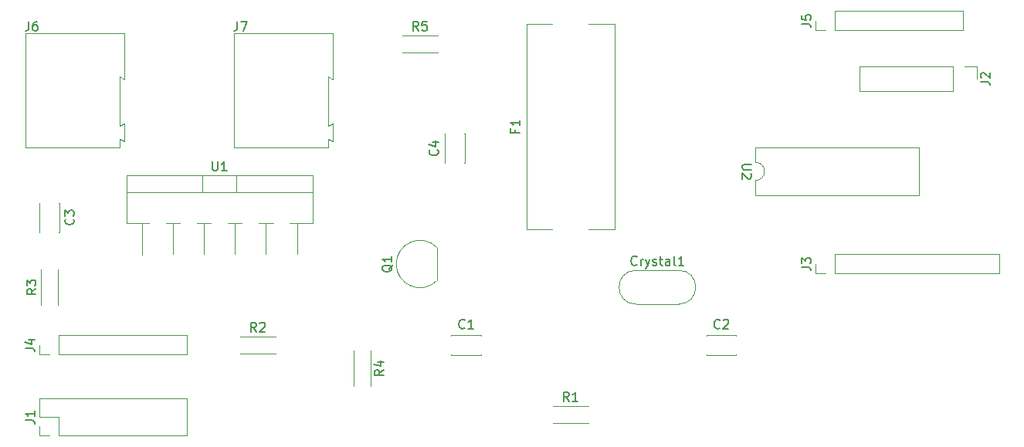
<source format=gbr>
G04 #@! TF.GenerationSoftware,KiCad,Pcbnew,5.0.2+dfsg1-1*
G04 #@! TF.CreationDate,2020-09-02T15:30:14-03:00*
G04 #@! TF.ProjectId,Quanser_Controller,5175616e-7365-4725-9f43-6f6e74726f6c,rev?*
G04 #@! TF.SameCoordinates,Original*
G04 #@! TF.FileFunction,Legend,Top*
G04 #@! TF.FilePolarity,Positive*
%FSLAX46Y46*%
G04 Gerber Fmt 4.6, Leading zero omitted, Abs format (unit mm)*
G04 Created by KiCad (PCBNEW 5.0.2+dfsg1-1) date qua 02 set 2020 15:30:14 -03*
%MOMM*%
%LPD*%
G01*
G04 APERTURE LIST*
%ADD10C,0.120000*%
%ADD11C,0.150000*%
G04 APERTURE END LIST*
D10*
G04 #@! TO.C,U1*
X106230000Y-70310000D02*
X126670000Y-70310000D01*
X106230000Y-75551000D02*
X108726000Y-75551000D01*
X110575000Y-75551000D02*
X112126000Y-75551000D01*
X113975000Y-75551000D02*
X115526000Y-75551000D01*
X117375000Y-75551000D02*
X118926000Y-75551000D01*
X120775000Y-75551000D02*
X122326000Y-75551000D01*
X124175000Y-75551000D02*
X126670000Y-75551000D01*
X106230000Y-70310000D02*
X106230000Y-75551000D01*
X126670000Y-70310000D02*
X126670000Y-75551000D01*
X106230000Y-72150000D02*
X126670000Y-72150000D01*
X114600000Y-70310000D02*
X114600000Y-72150000D01*
X118300000Y-70310000D02*
X118300000Y-72150000D01*
X107950000Y-75551000D02*
X107950000Y-78960000D01*
X111350000Y-75551000D02*
X111350000Y-78945000D01*
X114750000Y-75551000D02*
X114750000Y-78945000D01*
X118150000Y-75551000D02*
X118150000Y-78945000D01*
X121550000Y-75551000D02*
X121550000Y-78945000D01*
X124950000Y-75551000D02*
X124950000Y-78945000D01*
G04 #@! TO.C,J2*
X186630000Y-58360000D02*
X186630000Y-61020000D01*
X196850000Y-58360000D02*
X186630000Y-58360000D01*
X196850000Y-61020000D02*
X186630000Y-61020000D01*
X196850000Y-58360000D02*
X196850000Y-61020000D01*
X198120000Y-58360000D02*
X199450000Y-58360000D01*
X199450000Y-58360000D02*
X199450000Y-59690000D01*
G04 #@! TO.C,Crystal1*
X162110000Y-80700000D02*
X166810000Y-80700000D01*
X162110000Y-84400000D02*
X166810000Y-84400000D01*
X162110000Y-84400000D02*
G75*
G02X162110000Y-80700000I0J1850000D01*
G01*
X166810000Y-84400000D02*
G75*
G03X166810000Y-80700000I0J1850000D01*
G01*
G04 #@! TO.C,C1*
X141870000Y-87780000D02*
X145110000Y-87780000D01*
X141870000Y-90020000D02*
X145110000Y-90020000D01*
X141870000Y-87780000D02*
X141870000Y-87845000D01*
X141870000Y-89955000D02*
X141870000Y-90020000D01*
X145110000Y-87780000D02*
X145110000Y-87845000D01*
X145110000Y-89955000D02*
X145110000Y-90020000D01*
G04 #@! TO.C,C2*
X173090000Y-89955000D02*
X173090000Y-90020000D01*
X173090000Y-87780000D02*
X173090000Y-87845000D01*
X169850000Y-89955000D02*
X169850000Y-90020000D01*
X169850000Y-87780000D02*
X169850000Y-87845000D01*
X169850000Y-90020000D02*
X173090000Y-90020000D01*
X169850000Y-87780000D02*
X173090000Y-87780000D01*
G04 #@! TO.C,C3*
X98910000Y-73290000D02*
X98910000Y-76530000D01*
X96670000Y-73290000D02*
X96670000Y-76530000D01*
X98910000Y-73290000D02*
X98845000Y-73290000D01*
X96735000Y-73290000D02*
X96670000Y-73290000D01*
X98910000Y-76530000D02*
X98845000Y-76530000D01*
X96735000Y-76530000D02*
X96670000Y-76530000D01*
G04 #@! TO.C,C4*
X143295000Y-65710000D02*
X143360000Y-65710000D01*
X141120000Y-65710000D02*
X141185000Y-65710000D01*
X143295000Y-68950000D02*
X143360000Y-68950000D01*
X141120000Y-68950000D02*
X141185000Y-68950000D01*
X143360000Y-68950000D02*
X143360000Y-65710000D01*
X141120000Y-68950000D02*
X141120000Y-65710000D01*
G04 #@! TO.C,F1*
X159740000Y-53700000D02*
X156940000Y-53700000D01*
X152940000Y-53700000D02*
X150140000Y-53700000D01*
X152940000Y-76200000D02*
X150140000Y-76200000D01*
X150140000Y-76200000D02*
X150140000Y-53700000D01*
X159740000Y-76200000D02*
X159740000Y-53700000D01*
X159740000Y-76200000D02*
X156940000Y-76200000D01*
G04 #@! TO.C,J1*
X112850000Y-98850000D02*
X112850000Y-94730000D01*
X98790000Y-98850000D02*
X112850000Y-98850000D01*
X96730000Y-94730000D02*
X112850000Y-94730000D01*
X98790000Y-98850000D02*
X98790000Y-96790000D01*
X98790000Y-96790000D02*
X96730000Y-96790000D01*
X96730000Y-96790000D02*
X96730000Y-94730000D01*
X97790000Y-98850000D02*
X96730000Y-98850000D01*
X96730000Y-98850000D02*
X96730000Y-97790000D01*
G04 #@! TO.C,J3*
X201940000Y-81070000D02*
X201940000Y-78950000D01*
X183880000Y-81070000D02*
X201940000Y-81070000D01*
X183880000Y-78950000D02*
X201940000Y-78950000D01*
X183880000Y-81070000D02*
X183880000Y-78950000D01*
X182880000Y-81070000D02*
X181820000Y-81070000D01*
X181820000Y-81070000D02*
X181820000Y-80010000D01*
G04 #@! TO.C,J4*
X112850000Y-89960000D02*
X112850000Y-87840000D01*
X98790000Y-89960000D02*
X112850000Y-89960000D01*
X98790000Y-87840000D02*
X112850000Y-87840000D01*
X98790000Y-89960000D02*
X98790000Y-87840000D01*
X97790000Y-89960000D02*
X96730000Y-89960000D01*
X96730000Y-89960000D02*
X96730000Y-88900000D01*
G04 #@! TO.C,J5*
X181820000Y-54400000D02*
X181820000Y-53340000D01*
X182880000Y-54400000D02*
X181820000Y-54400000D01*
X183880000Y-54400000D02*
X183880000Y-52280000D01*
X183880000Y-52280000D02*
X197940000Y-52280000D01*
X183880000Y-54400000D02*
X197940000Y-54400000D01*
X197940000Y-54400000D02*
X197940000Y-52280000D01*
G04 #@! TO.C,J6*
X95140000Y-54660000D02*
X95140000Y-67260000D01*
X95140000Y-67260000D02*
X105490000Y-67260000D01*
X105490000Y-67260000D02*
X105490000Y-66310000D01*
X105490000Y-66310000D02*
X105990000Y-66560000D01*
X105990000Y-66560000D02*
X105990000Y-64660000D01*
X105990000Y-64660000D02*
X105990000Y-64610000D01*
X105990000Y-64610000D02*
X105490000Y-64860000D01*
X105490000Y-64860000D02*
X105490000Y-59460000D01*
X105490000Y-59460000D02*
X105990000Y-59760000D01*
X105990000Y-59760000D02*
X105990000Y-54660000D01*
X105990000Y-54660000D02*
X95140000Y-54660000D01*
G04 #@! TO.C,J7*
X128850000Y-54660000D02*
X118000000Y-54660000D01*
X128850000Y-59760000D02*
X128850000Y-54660000D01*
X128350000Y-59460000D02*
X128850000Y-59760000D01*
X128350000Y-64860000D02*
X128350000Y-59460000D01*
X128850000Y-64610000D02*
X128350000Y-64860000D01*
X128850000Y-64660000D02*
X128850000Y-64610000D01*
X128850000Y-66560000D02*
X128850000Y-64660000D01*
X128350000Y-66310000D02*
X128850000Y-66560000D01*
X128350000Y-67260000D02*
X128350000Y-66310000D01*
X118000000Y-67260000D02*
X128350000Y-67260000D01*
X118000000Y-54660000D02*
X118000000Y-67260000D01*
G04 #@! TO.C,Q1*
X140280000Y-81810000D02*
X140280000Y-78210000D01*
X140268478Y-81848478D02*
G75*
G02X135830000Y-80010000I-1838478J1838478D01*
G01*
X140268478Y-78171522D02*
G75*
G03X135830000Y-80010000I-1838478J-1838478D01*
G01*
G04 #@! TO.C,R1*
X153020000Y-95600000D02*
X156860000Y-95600000D01*
X153020000Y-97440000D02*
X156860000Y-97440000D01*
G04 #@! TO.C,R2*
X118730000Y-89820000D02*
X122570000Y-89820000D01*
X118730000Y-87980000D02*
X122570000Y-87980000D01*
G04 #@! TO.C,R3*
X96870000Y-84470000D02*
X96870000Y-80630000D01*
X98710000Y-84470000D02*
X98710000Y-80630000D01*
G04 #@! TO.C,R4*
X133000000Y-89520000D02*
X133000000Y-93360000D01*
X131160000Y-89520000D02*
X131160000Y-93360000D01*
G04 #@! TO.C,R5*
X136510000Y-56800000D02*
X140350000Y-56800000D01*
X136510000Y-54960000D02*
X140350000Y-54960000D01*
G04 #@! TO.C,U2*
X175200000Y-67200000D02*
X175200000Y-68850000D01*
X193100000Y-67200000D02*
X175200000Y-67200000D01*
X193100000Y-72500000D02*
X193100000Y-67200000D01*
X175200000Y-72500000D02*
X193100000Y-72500000D01*
X175200000Y-70850000D02*
X175200000Y-72500000D01*
X175200000Y-68850000D02*
G75*
G02X175200000Y-70850000I0J-1000000D01*
G01*
G04 #@! TO.C,U1*
D11*
X115688095Y-68762380D02*
X115688095Y-69571904D01*
X115735714Y-69667142D01*
X115783333Y-69714761D01*
X115878571Y-69762380D01*
X116069047Y-69762380D01*
X116164285Y-69714761D01*
X116211904Y-69667142D01*
X116259523Y-69571904D01*
X116259523Y-68762380D01*
X117259523Y-69762380D02*
X116688095Y-69762380D01*
X116973809Y-69762380D02*
X116973809Y-68762380D01*
X116878571Y-68905238D01*
X116783333Y-69000476D01*
X116688095Y-69048095D01*
G04 #@! TO.C,J2*
X199902380Y-60023333D02*
X200616666Y-60023333D01*
X200759523Y-60070952D01*
X200854761Y-60166190D01*
X200902380Y-60309047D01*
X200902380Y-60404285D01*
X199997619Y-59594761D02*
X199950000Y-59547142D01*
X199902380Y-59451904D01*
X199902380Y-59213809D01*
X199950000Y-59118571D01*
X199997619Y-59070952D01*
X200092857Y-59023333D01*
X200188095Y-59023333D01*
X200330952Y-59070952D01*
X200902380Y-59642380D01*
X200902380Y-59023333D01*
G04 #@! TO.C,Crystal1*
X162198095Y-80057142D02*
X162150476Y-80104761D01*
X162007619Y-80152380D01*
X161912380Y-80152380D01*
X161769523Y-80104761D01*
X161674285Y-80009523D01*
X161626666Y-79914285D01*
X161579047Y-79723809D01*
X161579047Y-79580952D01*
X161626666Y-79390476D01*
X161674285Y-79295238D01*
X161769523Y-79200000D01*
X161912380Y-79152380D01*
X162007619Y-79152380D01*
X162150476Y-79200000D01*
X162198095Y-79247619D01*
X162626666Y-80152380D02*
X162626666Y-79485714D01*
X162626666Y-79676190D02*
X162674285Y-79580952D01*
X162721904Y-79533333D01*
X162817142Y-79485714D01*
X162912380Y-79485714D01*
X163150476Y-79485714D02*
X163388571Y-80152380D01*
X163626666Y-79485714D02*
X163388571Y-80152380D01*
X163293333Y-80390476D01*
X163245714Y-80438095D01*
X163150476Y-80485714D01*
X163960000Y-80104761D02*
X164055238Y-80152380D01*
X164245714Y-80152380D01*
X164340952Y-80104761D01*
X164388571Y-80009523D01*
X164388571Y-79961904D01*
X164340952Y-79866666D01*
X164245714Y-79819047D01*
X164102857Y-79819047D01*
X164007619Y-79771428D01*
X163960000Y-79676190D01*
X163960000Y-79628571D01*
X164007619Y-79533333D01*
X164102857Y-79485714D01*
X164245714Y-79485714D01*
X164340952Y-79533333D01*
X164674285Y-79485714D02*
X165055238Y-79485714D01*
X164817142Y-79152380D02*
X164817142Y-80009523D01*
X164864761Y-80104761D01*
X164960000Y-80152380D01*
X165055238Y-80152380D01*
X165817142Y-80152380D02*
X165817142Y-79628571D01*
X165769523Y-79533333D01*
X165674285Y-79485714D01*
X165483809Y-79485714D01*
X165388571Y-79533333D01*
X165817142Y-80104761D02*
X165721904Y-80152380D01*
X165483809Y-80152380D01*
X165388571Y-80104761D01*
X165340952Y-80009523D01*
X165340952Y-79914285D01*
X165388571Y-79819047D01*
X165483809Y-79771428D01*
X165721904Y-79771428D01*
X165817142Y-79723809D01*
X166436190Y-80152380D02*
X166340952Y-80104761D01*
X166293333Y-80009523D01*
X166293333Y-79152380D01*
X167340952Y-80152380D02*
X166769523Y-80152380D01*
X167055238Y-80152380D02*
X167055238Y-79152380D01*
X166960000Y-79295238D01*
X166864761Y-79390476D01*
X166769523Y-79438095D01*
G04 #@! TO.C,C1*
X143323333Y-87007142D02*
X143275714Y-87054761D01*
X143132857Y-87102380D01*
X143037619Y-87102380D01*
X142894761Y-87054761D01*
X142799523Y-86959523D01*
X142751904Y-86864285D01*
X142704285Y-86673809D01*
X142704285Y-86530952D01*
X142751904Y-86340476D01*
X142799523Y-86245238D01*
X142894761Y-86150000D01*
X143037619Y-86102380D01*
X143132857Y-86102380D01*
X143275714Y-86150000D01*
X143323333Y-86197619D01*
X144275714Y-87102380D02*
X143704285Y-87102380D01*
X143990000Y-87102380D02*
X143990000Y-86102380D01*
X143894761Y-86245238D01*
X143799523Y-86340476D01*
X143704285Y-86388095D01*
G04 #@! TO.C,C2*
X171303333Y-87007142D02*
X171255714Y-87054761D01*
X171112857Y-87102380D01*
X171017619Y-87102380D01*
X170874761Y-87054761D01*
X170779523Y-86959523D01*
X170731904Y-86864285D01*
X170684285Y-86673809D01*
X170684285Y-86530952D01*
X170731904Y-86340476D01*
X170779523Y-86245238D01*
X170874761Y-86150000D01*
X171017619Y-86102380D01*
X171112857Y-86102380D01*
X171255714Y-86150000D01*
X171303333Y-86197619D01*
X171684285Y-86197619D02*
X171731904Y-86150000D01*
X171827142Y-86102380D01*
X172065238Y-86102380D01*
X172160476Y-86150000D01*
X172208095Y-86197619D01*
X172255714Y-86292857D01*
X172255714Y-86388095D01*
X172208095Y-86530952D01*
X171636666Y-87102380D01*
X172255714Y-87102380D01*
G04 #@! TO.C,C3*
X100397142Y-75076666D02*
X100444761Y-75124285D01*
X100492380Y-75267142D01*
X100492380Y-75362380D01*
X100444761Y-75505238D01*
X100349523Y-75600476D01*
X100254285Y-75648095D01*
X100063809Y-75695714D01*
X99920952Y-75695714D01*
X99730476Y-75648095D01*
X99635238Y-75600476D01*
X99540000Y-75505238D01*
X99492380Y-75362380D01*
X99492380Y-75267142D01*
X99540000Y-75124285D01*
X99587619Y-75076666D01*
X99492380Y-74743333D02*
X99492380Y-74124285D01*
X99873333Y-74457619D01*
X99873333Y-74314761D01*
X99920952Y-74219523D01*
X99968571Y-74171904D01*
X100063809Y-74124285D01*
X100301904Y-74124285D01*
X100397142Y-74171904D01*
X100444761Y-74219523D01*
X100492380Y-74314761D01*
X100492380Y-74600476D01*
X100444761Y-74695714D01*
X100397142Y-74743333D01*
G04 #@! TO.C,C4*
X140347142Y-67496666D02*
X140394761Y-67544285D01*
X140442380Y-67687142D01*
X140442380Y-67782380D01*
X140394761Y-67925238D01*
X140299523Y-68020476D01*
X140204285Y-68068095D01*
X140013809Y-68115714D01*
X139870952Y-68115714D01*
X139680476Y-68068095D01*
X139585238Y-68020476D01*
X139490000Y-67925238D01*
X139442380Y-67782380D01*
X139442380Y-67687142D01*
X139490000Y-67544285D01*
X139537619Y-67496666D01*
X139775714Y-66639523D02*
X140442380Y-66639523D01*
X139394761Y-66877619D02*
X140109047Y-67115714D01*
X140109047Y-66496666D01*
G04 #@! TO.C,F1*
X148868571Y-65283333D02*
X148868571Y-65616666D01*
X149392380Y-65616666D02*
X148392380Y-65616666D01*
X148392380Y-65140476D01*
X149392380Y-64235714D02*
X149392380Y-64807142D01*
X149392380Y-64521428D02*
X148392380Y-64521428D01*
X148535238Y-64616666D01*
X148630476Y-64711904D01*
X148678095Y-64807142D01*
G04 #@! TO.C,J1*
X95182380Y-97123333D02*
X95896666Y-97123333D01*
X96039523Y-97170952D01*
X96134761Y-97266190D01*
X96182380Y-97409047D01*
X96182380Y-97504285D01*
X96182380Y-96123333D02*
X96182380Y-96694761D01*
X96182380Y-96409047D02*
X95182380Y-96409047D01*
X95325238Y-96504285D01*
X95420476Y-96599523D01*
X95468095Y-96694761D01*
G04 #@! TO.C,J3*
X180272380Y-80343333D02*
X180986666Y-80343333D01*
X181129523Y-80390952D01*
X181224761Y-80486190D01*
X181272380Y-80629047D01*
X181272380Y-80724285D01*
X180272380Y-79962380D02*
X180272380Y-79343333D01*
X180653333Y-79676666D01*
X180653333Y-79533809D01*
X180700952Y-79438571D01*
X180748571Y-79390952D01*
X180843809Y-79343333D01*
X181081904Y-79343333D01*
X181177142Y-79390952D01*
X181224761Y-79438571D01*
X181272380Y-79533809D01*
X181272380Y-79819523D01*
X181224761Y-79914761D01*
X181177142Y-79962380D01*
G04 #@! TO.C,J4*
X95182380Y-89233333D02*
X95896666Y-89233333D01*
X96039523Y-89280952D01*
X96134761Y-89376190D01*
X96182380Y-89519047D01*
X96182380Y-89614285D01*
X95515714Y-88328571D02*
X96182380Y-88328571D01*
X95134761Y-88566666D02*
X95849047Y-88804761D01*
X95849047Y-88185714D01*
G04 #@! TO.C,J5*
X180272380Y-53673333D02*
X180986666Y-53673333D01*
X181129523Y-53720952D01*
X181224761Y-53816190D01*
X181272380Y-53959047D01*
X181272380Y-54054285D01*
X180272380Y-52720952D02*
X180272380Y-53197142D01*
X180748571Y-53244761D01*
X180700952Y-53197142D01*
X180653333Y-53101904D01*
X180653333Y-52863809D01*
X180700952Y-52768571D01*
X180748571Y-52720952D01*
X180843809Y-52673333D01*
X181081904Y-52673333D01*
X181177142Y-52720952D01*
X181224761Y-52768571D01*
X181272380Y-52863809D01*
X181272380Y-53101904D01*
X181224761Y-53197142D01*
X181177142Y-53244761D01*
G04 #@! TO.C,J6*
X95536666Y-53422380D02*
X95536666Y-54136666D01*
X95489047Y-54279523D01*
X95393809Y-54374761D01*
X95250952Y-54422380D01*
X95155714Y-54422380D01*
X96441428Y-53422380D02*
X96250952Y-53422380D01*
X96155714Y-53470000D01*
X96108095Y-53517619D01*
X96012857Y-53660476D01*
X95965238Y-53850952D01*
X95965238Y-54231904D01*
X96012857Y-54327142D01*
X96060476Y-54374761D01*
X96155714Y-54422380D01*
X96346190Y-54422380D01*
X96441428Y-54374761D01*
X96489047Y-54327142D01*
X96536666Y-54231904D01*
X96536666Y-53993809D01*
X96489047Y-53898571D01*
X96441428Y-53850952D01*
X96346190Y-53803333D01*
X96155714Y-53803333D01*
X96060476Y-53850952D01*
X96012857Y-53898571D01*
X95965238Y-53993809D01*
G04 #@! TO.C,J7*
X118396666Y-53422380D02*
X118396666Y-54136666D01*
X118349047Y-54279523D01*
X118253809Y-54374761D01*
X118110952Y-54422380D01*
X118015714Y-54422380D01*
X118777619Y-53422380D02*
X119444285Y-53422380D01*
X119015714Y-54422380D01*
G04 #@! TO.C,Q1*
X135417619Y-80105238D02*
X135370000Y-80200476D01*
X135274761Y-80295714D01*
X135131904Y-80438571D01*
X135084285Y-80533809D01*
X135084285Y-80629047D01*
X135322380Y-80581428D02*
X135274761Y-80676666D01*
X135179523Y-80771904D01*
X134989047Y-80819523D01*
X134655714Y-80819523D01*
X134465238Y-80771904D01*
X134370000Y-80676666D01*
X134322380Y-80581428D01*
X134322380Y-80390952D01*
X134370000Y-80295714D01*
X134465238Y-80200476D01*
X134655714Y-80152857D01*
X134989047Y-80152857D01*
X135179523Y-80200476D01*
X135274761Y-80295714D01*
X135322380Y-80390952D01*
X135322380Y-80581428D01*
X135322380Y-79200476D02*
X135322380Y-79771904D01*
X135322380Y-79486190D02*
X134322380Y-79486190D01*
X134465238Y-79581428D01*
X134560476Y-79676666D01*
X134608095Y-79771904D01*
G04 #@! TO.C,R1*
X154773333Y-95052380D02*
X154440000Y-94576190D01*
X154201904Y-95052380D02*
X154201904Y-94052380D01*
X154582857Y-94052380D01*
X154678095Y-94100000D01*
X154725714Y-94147619D01*
X154773333Y-94242857D01*
X154773333Y-94385714D01*
X154725714Y-94480952D01*
X154678095Y-94528571D01*
X154582857Y-94576190D01*
X154201904Y-94576190D01*
X155725714Y-95052380D02*
X155154285Y-95052380D01*
X155440000Y-95052380D02*
X155440000Y-94052380D01*
X155344761Y-94195238D01*
X155249523Y-94290476D01*
X155154285Y-94338095D01*
G04 #@! TO.C,R2*
X120483333Y-87432380D02*
X120150000Y-86956190D01*
X119911904Y-87432380D02*
X119911904Y-86432380D01*
X120292857Y-86432380D01*
X120388095Y-86480000D01*
X120435714Y-86527619D01*
X120483333Y-86622857D01*
X120483333Y-86765714D01*
X120435714Y-86860952D01*
X120388095Y-86908571D01*
X120292857Y-86956190D01*
X119911904Y-86956190D01*
X120864285Y-86527619D02*
X120911904Y-86480000D01*
X121007142Y-86432380D01*
X121245238Y-86432380D01*
X121340476Y-86480000D01*
X121388095Y-86527619D01*
X121435714Y-86622857D01*
X121435714Y-86718095D01*
X121388095Y-86860952D01*
X120816666Y-87432380D01*
X121435714Y-87432380D01*
G04 #@! TO.C,R3*
X96322380Y-82716666D02*
X95846190Y-83050000D01*
X96322380Y-83288095D02*
X95322380Y-83288095D01*
X95322380Y-82907142D01*
X95370000Y-82811904D01*
X95417619Y-82764285D01*
X95512857Y-82716666D01*
X95655714Y-82716666D01*
X95750952Y-82764285D01*
X95798571Y-82811904D01*
X95846190Y-82907142D01*
X95846190Y-83288095D01*
X95322380Y-82383333D02*
X95322380Y-81764285D01*
X95703333Y-82097619D01*
X95703333Y-81954761D01*
X95750952Y-81859523D01*
X95798571Y-81811904D01*
X95893809Y-81764285D01*
X96131904Y-81764285D01*
X96227142Y-81811904D01*
X96274761Y-81859523D01*
X96322380Y-81954761D01*
X96322380Y-82240476D01*
X96274761Y-82335714D01*
X96227142Y-82383333D01*
G04 #@! TO.C,R4*
X134452380Y-91606666D02*
X133976190Y-91940000D01*
X134452380Y-92178095D02*
X133452380Y-92178095D01*
X133452380Y-91797142D01*
X133500000Y-91701904D01*
X133547619Y-91654285D01*
X133642857Y-91606666D01*
X133785714Y-91606666D01*
X133880952Y-91654285D01*
X133928571Y-91701904D01*
X133976190Y-91797142D01*
X133976190Y-92178095D01*
X133785714Y-90749523D02*
X134452380Y-90749523D01*
X133404761Y-90987619D02*
X134119047Y-91225714D01*
X134119047Y-90606666D01*
G04 #@! TO.C,R5*
X138263333Y-54412380D02*
X137930000Y-53936190D01*
X137691904Y-54412380D02*
X137691904Y-53412380D01*
X138072857Y-53412380D01*
X138168095Y-53460000D01*
X138215714Y-53507619D01*
X138263333Y-53602857D01*
X138263333Y-53745714D01*
X138215714Y-53840952D01*
X138168095Y-53888571D01*
X138072857Y-53936190D01*
X137691904Y-53936190D01*
X139168095Y-53412380D02*
X138691904Y-53412380D01*
X138644285Y-53888571D01*
X138691904Y-53840952D01*
X138787142Y-53793333D01*
X139025238Y-53793333D01*
X139120476Y-53840952D01*
X139168095Y-53888571D01*
X139215714Y-53983809D01*
X139215714Y-54221904D01*
X139168095Y-54317142D01*
X139120476Y-54364761D01*
X139025238Y-54412380D01*
X138787142Y-54412380D01*
X138691904Y-54364761D01*
X138644285Y-54317142D01*
G04 #@! TO.C,U2*
X174747619Y-69088095D02*
X173938095Y-69088095D01*
X173842857Y-69135714D01*
X173795238Y-69183333D01*
X173747619Y-69278571D01*
X173747619Y-69469047D01*
X173795238Y-69564285D01*
X173842857Y-69611904D01*
X173938095Y-69659523D01*
X174747619Y-69659523D01*
X174652380Y-70088095D02*
X174700000Y-70135714D01*
X174747619Y-70230952D01*
X174747619Y-70469047D01*
X174700000Y-70564285D01*
X174652380Y-70611904D01*
X174557142Y-70659523D01*
X174461904Y-70659523D01*
X174319047Y-70611904D01*
X173747619Y-70040476D01*
X173747619Y-70659523D01*
G04 #@! TD*
M02*

</source>
